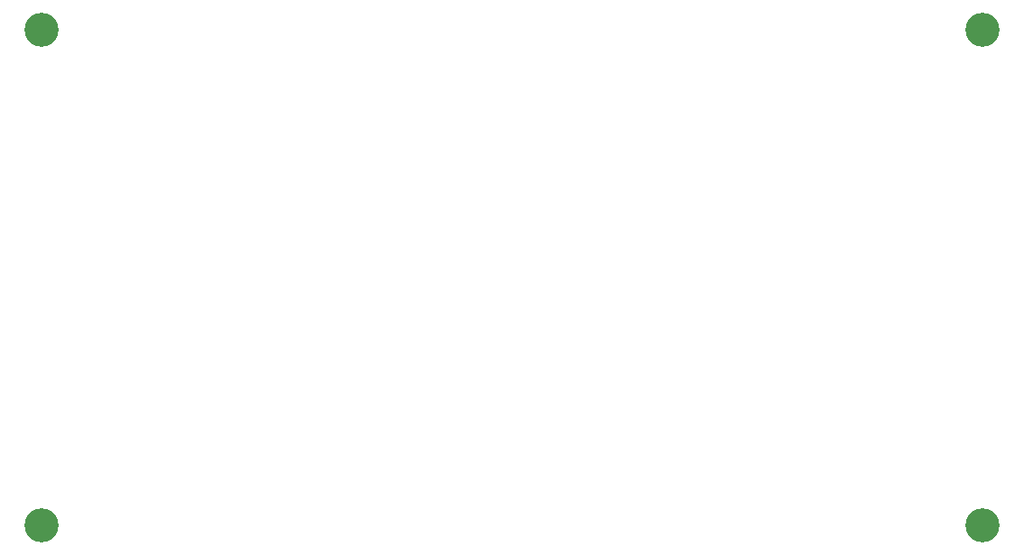
<source format=gbr>
%TF.GenerationSoftware,KiCad,Pcbnew,7.0.7*%
%TF.CreationDate,2023-10-17T22:55:22+02:00*%
%TF.ProjectId,OSSD_front_panel,4f535344-5f66-4726-9f6e-745f70616e65,rev?*%
%TF.SameCoordinates,Original*%
%TF.FileFunction,Soldermask,Bot*%
%TF.FilePolarity,Negative*%
%FSLAX46Y46*%
G04 Gerber Fmt 4.6, Leading zero omitted, Abs format (unit mm)*
G04 Created by KiCad (PCBNEW 7.0.7) date 2023-10-17 22:55:22*
%MOMM*%
%LPD*%
G01*
G04 APERTURE LIST*
%ADD10C,3.200000*%
G04 APERTURE END LIST*
D10*
%TO.C,REF\u002A\u002A*%
X193755000Y-116500000D03*
%TD*%
%TO.C,REF\u002A\u002A*%
X105500000Y-116487000D03*
%TD*%
%TO.C,REF\u002A\u002A*%
X105500000Y-70000000D03*
%TD*%
%TO.C,REF\u002A\u002A*%
X193755000Y-70000000D03*
%TD*%
M02*

</source>
